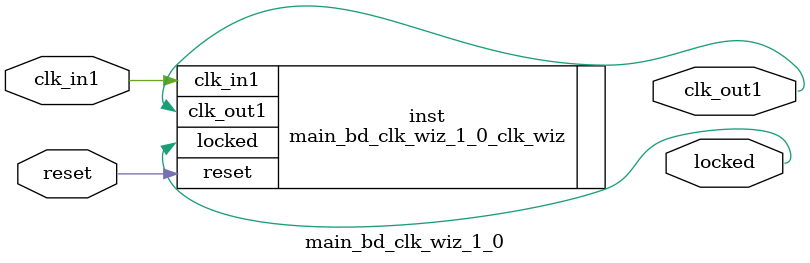
<source format=v>


`timescale 1ps/1ps

(* CORE_GENERATION_INFO = "main_bd_clk_wiz_1_0,clk_wiz_v6_0_11_0_0,{component_name=main_bd_clk_wiz_1_0,use_phase_alignment=true,use_min_o_jitter=false,use_max_i_jitter=false,use_dyn_phase_shift=false,use_inclk_switchover=false,use_dyn_reconfig=false,enable_axi=0,feedback_source=FDBK_AUTO,PRIMITIVE=MMCM,num_out_clk=1,clkin1_period=10.000,clkin2_period=10.000,use_power_down=false,use_reset=true,use_locked=true,use_inclk_stopped=false,feedback_type=SINGLE,CLOCK_MGR_TYPE=NA,manual_override=false}" *)

module main_bd_clk_wiz_1_0 
 (
  // Clock out ports
  output        clk_out1,
  // Status and control signals
  input         reset,
  output        locked,
 // Clock in ports
  input         clk_in1
 );

  main_bd_clk_wiz_1_0_clk_wiz inst
  (
  // Clock out ports  
  .clk_out1(clk_out1),
  // Status and control signals               
  .reset(reset), 
  .locked(locked),
 // Clock in ports
  .clk_in1(clk_in1)
  );

endmodule

</source>
